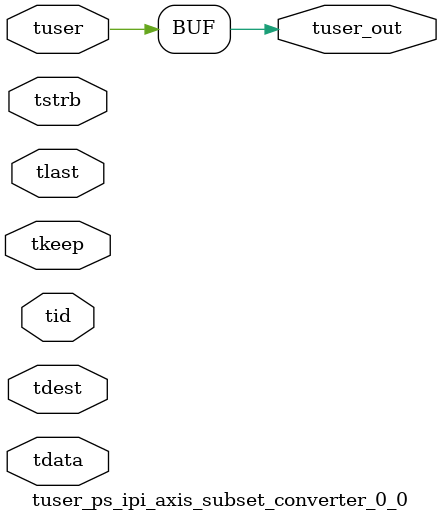
<source format=v>


`timescale 1ps/1ps

module tuser_ps_ipi_axis_subset_converter_0_0 #
(
parameter C_S_AXIS_TUSER_WIDTH = 1,
parameter C_S_AXIS_TDATA_WIDTH = 32,
parameter C_S_AXIS_TID_WIDTH   = 0,
parameter C_S_AXIS_TDEST_WIDTH = 0,
parameter C_M_AXIS_TUSER_WIDTH = 1
)
(
input  [(C_S_AXIS_TUSER_WIDTH == 0 ? 1 : C_S_AXIS_TUSER_WIDTH)-1:0     ] tuser,
input  [(C_S_AXIS_TDATA_WIDTH == 0 ? 1 : C_S_AXIS_TDATA_WIDTH)-1:0     ] tdata,
input  [(C_S_AXIS_TID_WIDTH   == 0 ? 1 : C_S_AXIS_TID_WIDTH)-1:0       ] tid,
input  [(C_S_AXIS_TDEST_WIDTH == 0 ? 1 : C_S_AXIS_TDEST_WIDTH)-1:0     ] tdest,
input  [(C_S_AXIS_TDATA_WIDTH/8)-1:0 ] tkeep,
input  [(C_S_AXIS_TDATA_WIDTH/8)-1:0 ] tstrb,
input                                                                    tlast,
output [C_M_AXIS_TUSER_WIDTH-1:0] tuser_out
);

assign tuser_out = {tuser[0:0]};

endmodule


</source>
